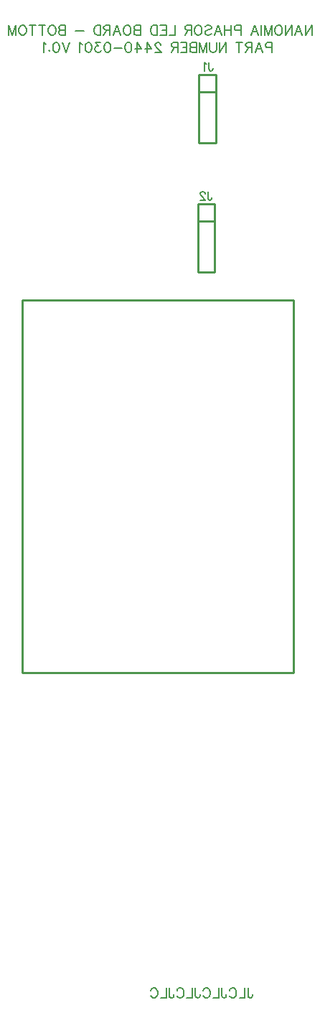
<source format=gbo>
G04 Layer: BottomSilkscreenLayer*
G04 EasyEDA v6.5.29, 2023-07-19 20:11:26*
G04 d82c07e130dc4937808a739b57af0cf3,5a6b42c53f6a479593ecc07194224c93,10*
G04 Gerber Generator version 0.2*
G04 Scale: 100 percent, Rotated: No, Reflected: No *
G04 Dimensions in millimeters *
G04 leading zeros omitted , absolute positions ,4 integer and 5 decimal *
%FSLAX45Y45*%
%MOMM*%

%ADD10C,0.2032*%
%ADD11C,0.1524*%
%ADD12C,0.2540*%

%LPD*%
D10*
X3107690Y502145D02*
G01*
X3107690Y414769D01*
X3113277Y398513D01*
X3118611Y392925D01*
X3129534Y387591D01*
X3140456Y387591D01*
X3151377Y392925D01*
X3156965Y398513D01*
X3162300Y414769D01*
X3162300Y425691D01*
X3071875Y502145D02*
G01*
X3071875Y387591D01*
X3071875Y387591D02*
G01*
X3006343Y387591D01*
X2888488Y474713D02*
G01*
X2893822Y485635D01*
X2904743Y496557D01*
X2915665Y502145D01*
X2937509Y502145D01*
X2948431Y496557D01*
X2959354Y485635D01*
X2964941Y474713D01*
X2970275Y458457D01*
X2970275Y431279D01*
X2964941Y414769D01*
X2959354Y403847D01*
X2948431Y392925D01*
X2937509Y387591D01*
X2915665Y387591D01*
X2904743Y392925D01*
X2893822Y403847D01*
X2888488Y414769D01*
X2798063Y502145D02*
G01*
X2798063Y414769D01*
X2803397Y398513D01*
X2808731Y392925D01*
X2819654Y387591D01*
X2830575Y387591D01*
X2841497Y392925D01*
X2847086Y398513D01*
X2852420Y414769D01*
X2852420Y425691D01*
X2761995Y502145D02*
G01*
X2761995Y387591D01*
X2761995Y387591D02*
G01*
X2696463Y387591D01*
X2578608Y474713D02*
G01*
X2584195Y485635D01*
X2595118Y496557D01*
X2606040Y502145D01*
X2627629Y502145D01*
X2638552Y496557D01*
X2649474Y485635D01*
X2655061Y474713D01*
X2660395Y458457D01*
X2660395Y431279D01*
X2655061Y414769D01*
X2649474Y403847D01*
X2638552Y392925D01*
X2627629Y387591D01*
X2606040Y387591D01*
X2595118Y392925D01*
X2584195Y403847D01*
X2578608Y414769D01*
X2488184Y502145D02*
G01*
X2488184Y414769D01*
X2493518Y398513D01*
X2499106Y392925D01*
X2510027Y387591D01*
X2520950Y387591D01*
X2531872Y392925D01*
X2537206Y398513D01*
X2542540Y414769D01*
X2542540Y425691D01*
X2452115Y502145D02*
G01*
X2452115Y387591D01*
X2452115Y387591D02*
G01*
X2386584Y387591D01*
X2268727Y474713D02*
G01*
X2274315Y485635D01*
X2285238Y496557D01*
X2296159Y502145D01*
X2318004Y502145D01*
X2328925Y496557D01*
X2339847Y485635D01*
X2345181Y474713D01*
X2350770Y458457D01*
X2350770Y431279D01*
X2345181Y414769D01*
X2339847Y403847D01*
X2328925Y392925D01*
X2318004Y387591D01*
X2296159Y387591D01*
X2285238Y392925D01*
X2274315Y403847D01*
X2268727Y414769D01*
X2178304Y502145D02*
G01*
X2178304Y414769D01*
X2183638Y398513D01*
X2189225Y392925D01*
X2200147Y387591D01*
X2211070Y387591D01*
X2221991Y392925D01*
X2227325Y398513D01*
X2232913Y414769D01*
X2232913Y425691D01*
X2142236Y502145D02*
G01*
X2142236Y387591D01*
X2142236Y387591D02*
G01*
X2076958Y387591D01*
X1959102Y474713D02*
G01*
X1964436Y485635D01*
X1975358Y496557D01*
X1986279Y502145D01*
X2008124Y502145D01*
X2019045Y496557D01*
X2029968Y485635D01*
X2035302Y474713D01*
X2040890Y458457D01*
X2040890Y431279D01*
X2035302Y414769D01*
X2029968Y403847D01*
X2019045Y392925D01*
X2008124Y387591D01*
X1986279Y387591D01*
X1975358Y392925D01*
X1964436Y403847D01*
X1959102Y414769D01*
X3860800Y11855889D02*
G01*
X3860800Y11741345D01*
X3860800Y11855889D02*
G01*
X3784437Y11741345D01*
X3784437Y11855889D02*
G01*
X3784437Y11741345D01*
X3704800Y11855889D02*
G01*
X3748435Y11741345D01*
X3704800Y11855889D02*
G01*
X3661163Y11741345D01*
X3732072Y11779526D02*
G01*
X3677528Y11779526D01*
X3625164Y11855889D02*
G01*
X3625164Y11741345D01*
X3625164Y11855889D02*
G01*
X3548801Y11741345D01*
X3548801Y11855889D02*
G01*
X3548801Y11741345D01*
X3480074Y11855889D02*
G01*
X3490983Y11850436D01*
X3501890Y11839526D01*
X3507346Y11828617D01*
X3512799Y11812254D01*
X3512799Y11784982D01*
X3507346Y11768617D01*
X3501890Y11757708D01*
X3490983Y11746798D01*
X3480074Y11741345D01*
X3458255Y11741345D01*
X3447346Y11746798D01*
X3436437Y11757708D01*
X3430983Y11768617D01*
X3425527Y11784982D01*
X3425527Y11812254D01*
X3430983Y11828617D01*
X3436437Y11839526D01*
X3447346Y11850436D01*
X3458255Y11855889D01*
X3480074Y11855889D01*
X3389528Y11855889D02*
G01*
X3389528Y11741345D01*
X3389528Y11855889D02*
G01*
X3345891Y11741345D01*
X3302256Y11855889D02*
G01*
X3345891Y11741345D01*
X3302256Y11855889D02*
G01*
X3302256Y11741345D01*
X3266254Y11855889D02*
G01*
X3266254Y11741345D01*
X3186620Y11855889D02*
G01*
X3230255Y11741345D01*
X3186620Y11855889D02*
G01*
X3142983Y11741345D01*
X3213892Y11779526D02*
G01*
X3159345Y11779526D01*
X3022983Y11855889D02*
G01*
X3022983Y11741345D01*
X3022983Y11855889D02*
G01*
X2973892Y11855889D01*
X2957530Y11850436D01*
X2952074Y11844982D01*
X2946620Y11834073D01*
X2946620Y11817708D01*
X2952074Y11806798D01*
X2957530Y11801345D01*
X2973892Y11795889D01*
X3022983Y11795889D01*
X2910619Y11855889D02*
G01*
X2910619Y11741345D01*
X2834256Y11855889D02*
G01*
X2834256Y11741345D01*
X2910619Y11801345D02*
G01*
X2834256Y11801345D01*
X2754619Y11855889D02*
G01*
X2798257Y11741345D01*
X2754619Y11855889D02*
G01*
X2710985Y11741345D01*
X2781891Y11779526D02*
G01*
X2727347Y11779526D01*
X2598620Y11839526D02*
G01*
X2609529Y11850436D01*
X2625892Y11855889D01*
X2647711Y11855889D01*
X2664073Y11850436D01*
X2674983Y11839526D01*
X2674983Y11828617D01*
X2669529Y11817708D01*
X2664073Y11812254D01*
X2653167Y11806798D01*
X2620439Y11795889D01*
X2609529Y11790436D01*
X2604074Y11784982D01*
X2598620Y11774073D01*
X2598620Y11757708D01*
X2609529Y11746798D01*
X2625892Y11741345D01*
X2647711Y11741345D01*
X2664073Y11746798D01*
X2674983Y11757708D01*
X2529893Y11855889D02*
G01*
X2540802Y11850436D01*
X2551711Y11839526D01*
X2557165Y11828617D01*
X2562621Y11812254D01*
X2562621Y11784982D01*
X2557165Y11768617D01*
X2551711Y11757708D01*
X2540802Y11746798D01*
X2529893Y11741345D01*
X2508074Y11741345D01*
X2497165Y11746798D01*
X2486256Y11757708D01*
X2480802Y11768617D01*
X2475349Y11784982D01*
X2475349Y11812254D01*
X2480802Y11828617D01*
X2486256Y11839526D01*
X2497165Y11850436D01*
X2508074Y11855889D01*
X2529893Y11855889D01*
X2439347Y11855889D02*
G01*
X2439347Y11741345D01*
X2439347Y11855889D02*
G01*
X2390256Y11855889D01*
X2373894Y11850436D01*
X2368438Y11844982D01*
X2362984Y11834073D01*
X2362984Y11823164D01*
X2368438Y11812254D01*
X2373894Y11806798D01*
X2390256Y11801345D01*
X2439347Y11801345D01*
X2401166Y11801345D02*
G01*
X2362984Y11741345D01*
X2242985Y11855889D02*
G01*
X2242985Y11741345D01*
X2242985Y11741345D02*
G01*
X2177531Y11741345D01*
X2141529Y11855889D02*
G01*
X2141529Y11741345D01*
X2141529Y11855889D02*
G01*
X2070620Y11855889D01*
X2141529Y11801345D02*
G01*
X2097895Y11801345D01*
X2141529Y11741345D02*
G01*
X2070620Y11741345D01*
X2034621Y11855889D02*
G01*
X2034621Y11741345D01*
X2034621Y11855889D02*
G01*
X1996440Y11855889D01*
X1980077Y11850436D01*
X1969168Y11839526D01*
X1963712Y11828617D01*
X1958258Y11812254D01*
X1958258Y11784982D01*
X1963712Y11768617D01*
X1969168Y11757708D01*
X1980077Y11746798D01*
X1996440Y11741345D01*
X2034621Y11741345D01*
X1838258Y11855889D02*
G01*
X1838258Y11741345D01*
X1838258Y11855889D02*
G01*
X1789168Y11855889D01*
X1772803Y11850436D01*
X1767349Y11844982D01*
X1761893Y11834073D01*
X1761893Y11823164D01*
X1767349Y11812254D01*
X1772803Y11806798D01*
X1789168Y11801345D01*
X1838258Y11801345D02*
G01*
X1789168Y11801345D01*
X1772803Y11795889D01*
X1767349Y11790436D01*
X1761893Y11779526D01*
X1761893Y11763164D01*
X1767349Y11752254D01*
X1772803Y11746798D01*
X1789168Y11741345D01*
X1838258Y11741345D01*
X1693169Y11855889D02*
G01*
X1704075Y11850436D01*
X1714985Y11839526D01*
X1720441Y11828617D01*
X1725894Y11812254D01*
X1725894Y11784982D01*
X1720441Y11768617D01*
X1714985Y11757708D01*
X1704075Y11746798D01*
X1693169Y11741345D01*
X1671350Y11741345D01*
X1660441Y11746798D01*
X1649531Y11757708D01*
X1644075Y11768617D01*
X1638622Y11784982D01*
X1638622Y11812254D01*
X1644075Y11828617D01*
X1649531Y11839526D01*
X1660441Y11850436D01*
X1671350Y11855889D01*
X1693169Y11855889D01*
X1558985Y11855889D02*
G01*
X1602623Y11741345D01*
X1558985Y11855889D02*
G01*
X1515351Y11741345D01*
X1586257Y11779526D02*
G01*
X1531713Y11779526D01*
X1479349Y11855889D02*
G01*
X1479349Y11741345D01*
X1479349Y11855889D02*
G01*
X1430258Y11855889D01*
X1413896Y11850436D01*
X1408440Y11844982D01*
X1402986Y11834073D01*
X1402986Y11823164D01*
X1408440Y11812254D01*
X1413896Y11806798D01*
X1430258Y11801345D01*
X1479349Y11801345D01*
X1441168Y11801345D02*
G01*
X1402986Y11741345D01*
X1366987Y11855889D02*
G01*
X1366987Y11741345D01*
X1366987Y11855889D02*
G01*
X1328806Y11855889D01*
X1312440Y11850436D01*
X1301531Y11839526D01*
X1296078Y11828617D01*
X1290622Y11812254D01*
X1290622Y11784982D01*
X1296078Y11768617D01*
X1301531Y11757708D01*
X1312440Y11746798D01*
X1328806Y11741345D01*
X1366987Y11741345D01*
X1170622Y11790436D02*
G01*
X1072441Y11790436D01*
X952441Y11855889D02*
G01*
X952441Y11741345D01*
X952441Y11855889D02*
G01*
X903350Y11855889D01*
X886988Y11850436D01*
X881532Y11844982D01*
X876079Y11834073D01*
X876079Y11823164D01*
X881532Y11812254D01*
X886988Y11806798D01*
X903350Y11801345D01*
X952441Y11801345D02*
G01*
X903350Y11801345D01*
X886988Y11795889D01*
X881532Y11790436D01*
X876079Y11779526D01*
X876079Y11763164D01*
X881532Y11752254D01*
X886988Y11746798D01*
X903350Y11741345D01*
X952441Y11741345D01*
X807351Y11855889D02*
G01*
X818261Y11850436D01*
X829170Y11839526D01*
X834623Y11828617D01*
X840079Y11812254D01*
X840079Y11784982D01*
X834623Y11768617D01*
X829170Y11757708D01*
X818261Y11746798D01*
X807351Y11741345D01*
X785533Y11741345D01*
X774623Y11746798D01*
X763714Y11757708D01*
X758261Y11768617D01*
X752805Y11784982D01*
X752805Y11812254D01*
X758261Y11828617D01*
X763714Y11839526D01*
X774623Y11850436D01*
X785533Y11855889D01*
X807351Y11855889D01*
X678624Y11855889D02*
G01*
X678624Y11741345D01*
X716805Y11855889D02*
G01*
X640443Y11855889D01*
X566259Y11855889D02*
G01*
X566259Y11741345D01*
X604443Y11855889D02*
G01*
X528078Y11855889D01*
X459351Y11855889D02*
G01*
X470260Y11850436D01*
X481169Y11839526D01*
X486625Y11828617D01*
X492079Y11812254D01*
X492079Y11784982D01*
X486625Y11768617D01*
X481169Y11757708D01*
X470260Y11746798D01*
X459351Y11741345D01*
X437535Y11741345D01*
X426626Y11746798D01*
X415716Y11757708D01*
X410260Y11768617D01*
X404807Y11784982D01*
X404807Y11812254D01*
X410260Y11828617D01*
X415716Y11839526D01*
X426626Y11850436D01*
X437535Y11855889D01*
X459351Y11855889D01*
X368807Y11855889D02*
G01*
X368807Y11741345D01*
X368807Y11855889D02*
G01*
X325170Y11741345D01*
X281533Y11855889D02*
G01*
X325170Y11741345D01*
X281533Y11855889D02*
G01*
X281533Y11741345D01*
X3390900Y11652689D02*
G01*
X3390900Y11538145D01*
X3390900Y11652689D02*
G01*
X3341809Y11652689D01*
X3325446Y11647236D01*
X3319990Y11641782D01*
X3314537Y11630873D01*
X3314537Y11614508D01*
X3319990Y11603598D01*
X3325446Y11598145D01*
X3341809Y11592689D01*
X3390900Y11592689D01*
X3234900Y11652689D02*
G01*
X3278535Y11538145D01*
X3234900Y11652689D02*
G01*
X3191263Y11538145D01*
X3262172Y11576326D02*
G01*
X3207628Y11576326D01*
X3155264Y11652689D02*
G01*
X3155264Y11538145D01*
X3155264Y11652689D02*
G01*
X3106173Y11652689D01*
X3089810Y11647236D01*
X3084355Y11641782D01*
X3078901Y11630873D01*
X3078901Y11619964D01*
X3084355Y11609054D01*
X3089810Y11603598D01*
X3106173Y11598145D01*
X3155264Y11598145D01*
X3117082Y11598145D02*
G01*
X3078901Y11538145D01*
X3004718Y11652689D02*
G01*
X3004718Y11538145D01*
X3042899Y11652689D02*
G01*
X2966537Y11652689D01*
X2846537Y11652689D02*
G01*
X2846537Y11538145D01*
X2846537Y11652689D02*
G01*
X2770174Y11538145D01*
X2770174Y11652689D02*
G01*
X2770174Y11538145D01*
X2734172Y11652689D02*
G01*
X2734172Y11570873D01*
X2728719Y11554508D01*
X2717810Y11543598D01*
X2701447Y11538145D01*
X2690538Y11538145D01*
X2674172Y11543598D01*
X2663266Y11554508D01*
X2657810Y11570873D01*
X2657810Y11652689D01*
X2621810Y11652689D02*
G01*
X2621810Y11538145D01*
X2621810Y11652689D02*
G01*
X2578173Y11538145D01*
X2534538Y11652689D02*
G01*
X2578173Y11538145D01*
X2534538Y11652689D02*
G01*
X2534538Y11538145D01*
X2498537Y11652689D02*
G01*
X2498537Y11538145D01*
X2498537Y11652689D02*
G01*
X2449446Y11652689D01*
X2433083Y11647236D01*
X2427630Y11641782D01*
X2422174Y11630873D01*
X2422174Y11619964D01*
X2427630Y11609054D01*
X2433083Y11603598D01*
X2449446Y11598145D01*
X2498537Y11598145D02*
G01*
X2449446Y11598145D01*
X2433083Y11592689D01*
X2427630Y11587236D01*
X2422174Y11576326D01*
X2422174Y11559964D01*
X2427630Y11549054D01*
X2433083Y11543598D01*
X2449446Y11538145D01*
X2498537Y11538145D01*
X2386175Y11652689D02*
G01*
X2386175Y11538145D01*
X2386175Y11652689D02*
G01*
X2315265Y11652689D01*
X2386175Y11598145D02*
G01*
X2342537Y11598145D01*
X2386175Y11538145D02*
G01*
X2315265Y11538145D01*
X2279266Y11652689D02*
G01*
X2279266Y11538145D01*
X2279266Y11652689D02*
G01*
X2230175Y11652689D01*
X2213810Y11647236D01*
X2208357Y11641782D01*
X2202901Y11630873D01*
X2202901Y11619964D01*
X2208357Y11609054D01*
X2213810Y11603598D01*
X2230175Y11598145D01*
X2279266Y11598145D01*
X2241085Y11598145D02*
G01*
X2202901Y11538145D01*
X2077448Y11625417D02*
G01*
X2077448Y11630873D01*
X2071992Y11641782D01*
X2066538Y11647236D01*
X2055629Y11652689D01*
X2033811Y11652689D01*
X2022901Y11647236D01*
X2017448Y11641782D01*
X2011992Y11630873D01*
X2011992Y11619964D01*
X2017448Y11609054D01*
X2028357Y11592689D01*
X2082901Y11538145D01*
X2006539Y11538145D01*
X1915993Y11652689D02*
G01*
X1970539Y11576326D01*
X1888721Y11576326D01*
X1915993Y11652689D02*
G01*
X1915993Y11538145D01*
X1798175Y11652689D02*
G01*
X1852721Y11576326D01*
X1770903Y11576326D01*
X1798175Y11652689D02*
G01*
X1798175Y11538145D01*
X1702175Y11652689D02*
G01*
X1718538Y11647236D01*
X1729447Y11630873D01*
X1734903Y11603598D01*
X1734903Y11587236D01*
X1729447Y11559964D01*
X1718538Y11543598D01*
X1702175Y11538145D01*
X1691266Y11538145D01*
X1674903Y11543598D01*
X1663994Y11559964D01*
X1658538Y11587236D01*
X1658538Y11603598D01*
X1663994Y11630873D01*
X1674903Y11647236D01*
X1691266Y11652689D01*
X1702175Y11652689D01*
X1622539Y11587236D02*
G01*
X1524358Y11587236D01*
X1455630Y11652689D02*
G01*
X1471993Y11647236D01*
X1482902Y11630873D01*
X1488358Y11603598D01*
X1488358Y11587236D01*
X1482902Y11559964D01*
X1471993Y11543598D01*
X1455630Y11538145D01*
X1444721Y11538145D01*
X1428358Y11543598D01*
X1417449Y11559964D01*
X1411993Y11587236D01*
X1411993Y11603598D01*
X1417449Y11630873D01*
X1428358Y11647236D01*
X1444721Y11652689D01*
X1455630Y11652689D01*
X1365084Y11652689D02*
G01*
X1305085Y11652689D01*
X1337812Y11609054D01*
X1321450Y11609054D01*
X1310540Y11603598D01*
X1305085Y11598145D01*
X1299631Y11581782D01*
X1299631Y11570873D01*
X1305085Y11554508D01*
X1315994Y11543598D01*
X1332359Y11538145D01*
X1348722Y11538145D01*
X1365084Y11543598D01*
X1370540Y11549054D01*
X1375994Y11559964D01*
X1230904Y11652689D02*
G01*
X1247266Y11647236D01*
X1258176Y11630873D01*
X1263632Y11603598D01*
X1263632Y11587236D01*
X1258176Y11559964D01*
X1247266Y11543598D01*
X1230904Y11538145D01*
X1219995Y11538145D01*
X1203632Y11543598D01*
X1192723Y11559964D01*
X1187267Y11587236D01*
X1187267Y11603598D01*
X1192723Y11630873D01*
X1203632Y11647236D01*
X1219995Y11652689D01*
X1230904Y11652689D01*
X1151267Y11630873D02*
G01*
X1140358Y11636326D01*
X1123995Y11652689D01*
X1123995Y11538145D01*
X1003995Y11652689D02*
G01*
X960358Y11538145D01*
X916724Y11652689D02*
G01*
X960358Y11538145D01*
X847996Y11652689D02*
G01*
X864359Y11647236D01*
X875268Y11630873D01*
X880722Y11603598D01*
X880722Y11587236D01*
X875268Y11559964D01*
X864359Y11543598D01*
X847996Y11538145D01*
X837087Y11538145D01*
X820722Y11543598D01*
X809815Y11559964D01*
X804359Y11587236D01*
X804359Y11603598D01*
X809815Y11630873D01*
X820722Y11647236D01*
X837087Y11652689D01*
X847996Y11652689D01*
X762904Y11565417D02*
G01*
X768360Y11559964D01*
X762904Y11554508D01*
X757450Y11559964D01*
X762904Y11565417D01*
X721451Y11630873D02*
G01*
X710542Y11636326D01*
X694176Y11652689D01*
X694176Y11538145D01*
D11*
X2646949Y11416598D02*
G01*
X2646949Y11343871D01*
X2651493Y11330236D01*
X2656039Y11325689D01*
X2665130Y11321143D01*
X2674221Y11321143D01*
X2683311Y11325689D01*
X2687855Y11330236D01*
X2692402Y11343871D01*
X2692402Y11352961D01*
X2616949Y11398417D02*
G01*
X2607856Y11402961D01*
X2594221Y11416598D01*
X2594221Y11321143D01*
X2634246Y9892609D02*
G01*
X2634246Y9819881D01*
X2638790Y9806246D01*
X2643337Y9801699D01*
X2652428Y9797153D01*
X2661518Y9797153D01*
X2670609Y9801699D01*
X2675153Y9806246D01*
X2679700Y9819881D01*
X2679700Y9828971D01*
X2599700Y9869881D02*
G01*
X2599700Y9874427D01*
X2595153Y9883518D01*
X2590609Y9888062D01*
X2581518Y9892609D01*
X2563337Y9892609D01*
X2554246Y9888062D01*
X2549700Y9883518D01*
X2545153Y9874427D01*
X2545153Y9865337D01*
X2549700Y9856246D01*
X2558790Y9842609D01*
X2604246Y9797153D01*
X2540609Y9797153D01*
D12*
X2527300Y11068100D02*
G01*
X2717800Y11068100D01*
X2528900Y11271199D02*
G01*
X2528900Y10471200D01*
X2728899Y10471200D01*
X2728899Y11271199D01*
X2528900Y11271199D01*
X2514600Y9544100D02*
G01*
X2705100Y9544100D01*
X2516200Y9747199D02*
G01*
X2516200Y8947200D01*
X2716199Y8947200D01*
X2716199Y9747199D01*
X2516200Y9747199D01*
X446023Y8619109D02*
G01*
X3646017Y8619109D01*
X3646017Y4219117D01*
X446023Y4219117D01*
X446023Y8619109D01*
M02*

</source>
